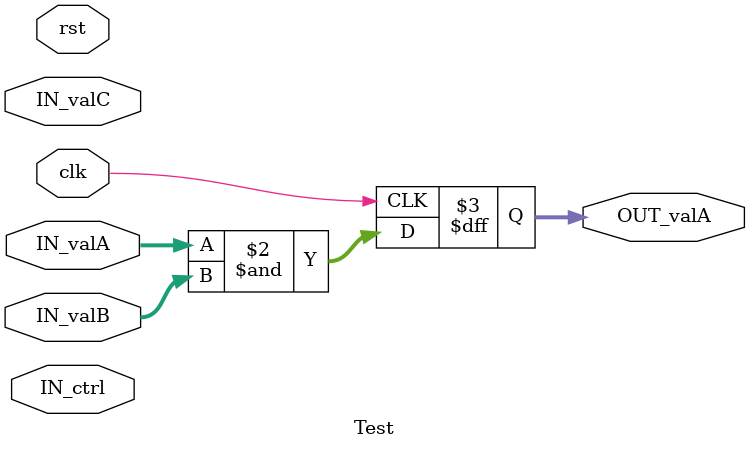
<source format=sv>
module Test#(parameter N = 4)
(
  input logic clk,
  input logic rst,
  input logic[N-1:0] IN_valA,
  input logic[N-1:0] IN_valB,
  input logic[N-1:0] IN_valC,
  input logic IN_ctrl,
  output logic[N-1:0] OUT_valA
);

always_ff@(posedge clk)
  OUT_valA <= IN_valA & IN_valB;//(!rst | IN_ctrl) ? 4'b0 : IN_valA;

endmodule

/*
MODULE_DEF %Test:module("Test"), %0:block {
  INPUT_REGISTER_DEF %clk:register(1)
  INPUT_REGISTER_DEF %rst:register(1)
  INPUT_REGISTER_DEF %IN_valA:register(4)
  INPUT_REGISTER_DEF %IN_valB:register(4)
  INPUT_REGISTER_DEF %IN_valC:register(4)
  INPUT_REGISTER_DEF %IN_ctrl:register(1)
  OUTPUT_REGISTER_DEF %OUT_valA:register(4)
  REGISTER_DEF %1:register(4)
  FLIP_FLOP %clk, #1'd0, %1, %OUT_valA, %rst, #1'd1, #4'd0
  TRIGGER_DEF %2:trigger(neg, pos), %clk, %rst
  COMB_PROCESS_DEF %3:process, %4:block {
    LOAD %5:wire(1), %IN_ctrl  ["sv/testFF.sv:13:16-29"]
    LOAD %6:wire(4), %IN_valA  ["sv/testFF.sv:13:15-47"]
    MUX %7:wire(4), %5, #4'd0, %6
    STORE %7, %1
  }
}
*/

</source>
